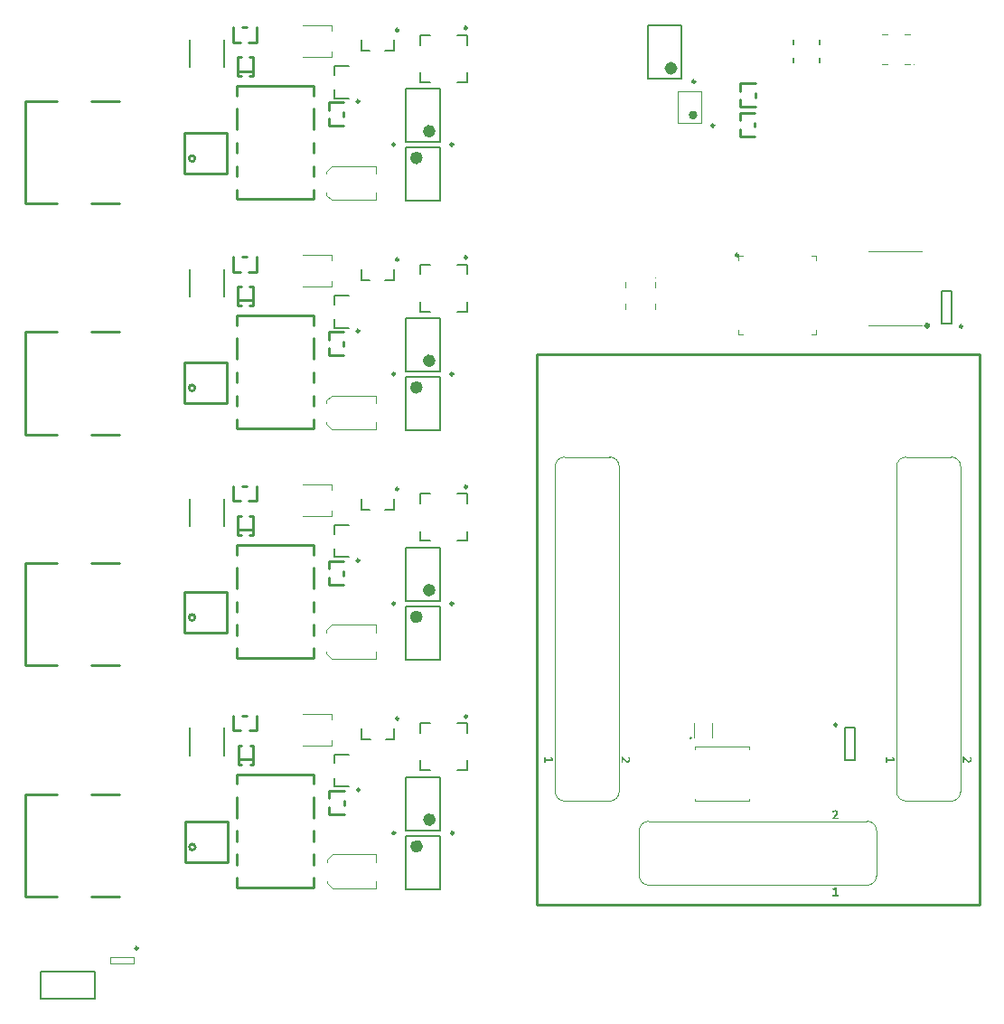
<source format=gto>
G04*
G04 #@! TF.GenerationSoftware,Altium Limited,Altium Designer,21.0.9 (235)*
G04*
G04 Layer_Color=65535*
%FSLAX25Y25*%
%MOIN*%
G70*
G04*
G04 #@! TF.SameCoordinates,6D45A94B-17CC-4D83-881B-F394DC7C88B3*
G04*
G04*
G04 #@! TF.FilePolarity,Positive*
G04*
G01*
G75*
%ADD10C,0.00394*%
%ADD11C,0.00984*%
%ADD12C,0.01575*%
%ADD13C,0.01000*%
%ADD14C,0.02362*%
%ADD15C,0.00610*%
%ADD16C,0.00787*%
%ADD17C,0.00591*%
G36*
X194933Y107460D02*
Y106953D01*
X192236D01*
Y106248D01*
X191701D01*
Y108388D01*
X192236D01*
Y107570D01*
X194294D01*
X193907Y108285D01*
X194398Y108481D01*
X194933Y107460D01*
D02*
G37*
G36*
X222990Y108451D02*
X223012Y108424D01*
X223050Y108380D01*
X223094Y108326D01*
X223143Y108255D01*
X223192Y108178D01*
X223247Y108085D01*
X223291Y107993D01*
Y107987D01*
X223296Y107982D01*
X223302Y107965D01*
X223307Y107949D01*
X223329Y107894D01*
X223351Y107823D01*
X223373Y107736D01*
X223394Y107643D01*
X223405Y107539D01*
X223411Y107425D01*
Y107387D01*
X223405Y107343D01*
Y107283D01*
X223394Y107217D01*
X223383Y107146D01*
X223367Y107070D01*
X223345Y106999D01*
Y106988D01*
X223334Y106966D01*
X223318Y106933D01*
X223302Y106884D01*
X223274Y106835D01*
X223241Y106781D01*
X223209Y106726D01*
X223165Y106671D01*
X223160Y106666D01*
X223143Y106649D01*
X223121Y106622D01*
X223083Y106595D01*
X223045Y106557D01*
X222990Y106524D01*
X222936Y106491D01*
X222870Y106458D01*
X222865Y106453D01*
X222837Y106447D01*
X222805Y106437D01*
X222756Y106420D01*
X222695Y106404D01*
X222624Y106393D01*
X222548Y106387D01*
X222466Y106382D01*
X222455D01*
X222433D01*
X222395D01*
X222352Y106387D01*
X222297Y106393D01*
X222231Y106404D01*
X222106Y106437D01*
X222100D01*
X222078Y106447D01*
X222046Y106458D01*
X222002Y106475D01*
X221953Y106497D01*
X221898Y106518D01*
X221784Y106584D01*
X221778Y106589D01*
X221756Y106600D01*
X221729Y106622D01*
X221685Y106649D01*
X221642Y106688D01*
X221587Y106731D01*
X221533Y106775D01*
X221472Y106830D01*
X221467Y106835D01*
X221445Y106857D01*
X221412Y106884D01*
X221374Y106922D01*
X221320Y106972D01*
X221265Y107026D01*
X221205Y107092D01*
X221139Y107157D01*
X220697Y107621D01*
Y106267D01*
X220146D01*
Y108446D01*
X220583D01*
X221347Y107692D01*
X221358Y107681D01*
X221385Y107654D01*
X221423Y107616D01*
X221472Y107567D01*
X221533Y107512D01*
X221593Y107457D01*
X221653Y107397D01*
X221713Y107348D01*
X221718Y107343D01*
X221740Y107326D01*
X221767Y107305D01*
X221806Y107272D01*
X221849Y107245D01*
X221893Y107212D01*
X221942Y107179D01*
X221986Y107152D01*
X221991Y107146D01*
X222007Y107141D01*
X222029Y107130D01*
X222062Y107114D01*
X222133Y107081D01*
X222215Y107059D01*
X222220D01*
X222231Y107053D01*
X222253Y107048D01*
X222281Y107043D01*
X222352Y107037D01*
X222428Y107032D01*
X222433D01*
X222444D01*
X222461D01*
X222482Y107037D01*
X222543Y107043D01*
X222603Y107064D01*
X222608D01*
X222619Y107070D01*
X222652Y107086D01*
X222695Y107114D01*
X222745Y107152D01*
X222750D01*
X222756Y107163D01*
X222777Y107190D01*
X222810Y107234D01*
X222837Y107294D01*
Y107299D01*
X222843Y107310D01*
X222848Y107326D01*
X222859Y107348D01*
X222870Y107414D01*
X222876Y107490D01*
Y107523D01*
X222870Y107556D01*
X222865Y107605D01*
X222854Y107660D01*
X222843Y107714D01*
X222821Y107780D01*
X222794Y107840D01*
X222788Y107845D01*
X222777Y107867D01*
X222761Y107900D01*
X222734Y107938D01*
X222706Y107987D01*
X222668Y108036D01*
X222624Y108091D01*
X222575Y108145D01*
X222979Y108462D01*
X222990Y108451D01*
D02*
G37*
G36*
X299499Y57608D02*
X300203D01*
Y57073D01*
X298063D01*
Y57608D01*
X298882D01*
Y59667D01*
X298167Y59279D01*
X297970Y59771D01*
X298991Y60306D01*
X299499D01*
Y57608D01*
D02*
G37*
G36*
X299108Y88778D02*
X299168D01*
X299234Y88767D01*
X299305Y88756D01*
X299381Y88740D01*
X299452Y88718D01*
X299463D01*
X299485Y88707D01*
X299518Y88691D01*
X299567Y88674D01*
X299616Y88647D01*
X299671Y88614D01*
X299725Y88581D01*
X299780Y88538D01*
X299785Y88532D01*
X299802Y88516D01*
X299829Y88494D01*
X299856Y88456D01*
X299895Y88418D01*
X299927Y88363D01*
X299960Y88308D01*
X299993Y88243D01*
X299998Y88237D01*
X300004Y88210D01*
X300015Y88177D01*
X300031Y88128D01*
X300048Y88068D01*
X300059Y87997D01*
X300064Y87921D01*
X300069Y87839D01*
Y87828D01*
Y87806D01*
Y87768D01*
X300064Y87724D01*
X300059Y87669D01*
X300048Y87604D01*
X300015Y87478D01*
Y87473D01*
X300004Y87451D01*
X299993Y87418D01*
X299977Y87375D01*
X299955Y87326D01*
X299933Y87271D01*
X299867Y87156D01*
X299862Y87151D01*
X299851Y87129D01*
X299829Y87102D01*
X299802Y87058D01*
X299764Y87014D01*
X299720Y86960D01*
X299676Y86905D01*
X299622Y86845D01*
X299616Y86840D01*
X299594Y86818D01*
X299567Y86785D01*
X299529Y86747D01*
X299480Y86692D01*
X299425Y86638D01*
X299360Y86577D01*
X299294Y86512D01*
X298830Y86070D01*
X300184D01*
Y85518D01*
X298006D01*
Y85955D01*
X298759Y86720D01*
X298770Y86730D01*
X298797Y86758D01*
X298835Y86796D01*
X298885Y86845D01*
X298939Y86905D01*
X298994Y86965D01*
X299054Y87025D01*
X299103Y87085D01*
X299108Y87091D01*
X299125Y87113D01*
X299147Y87140D01*
X299179Y87178D01*
X299207Y87222D01*
X299239Y87265D01*
X299272Y87315D01*
X299300Y87358D01*
X299305Y87364D01*
X299310Y87380D01*
X299321Y87402D01*
X299338Y87435D01*
X299371Y87506D01*
X299392Y87588D01*
Y87593D01*
X299398Y87604D01*
X299403Y87626D01*
X299409Y87653D01*
X299414Y87724D01*
X299420Y87801D01*
Y87806D01*
Y87817D01*
Y87833D01*
X299414Y87855D01*
X299409Y87915D01*
X299387Y87975D01*
Y87981D01*
X299381Y87992D01*
X299365Y88024D01*
X299338Y88068D01*
X299300Y88117D01*
Y88123D01*
X299289Y88128D01*
X299261Y88150D01*
X299218Y88183D01*
X299158Y88210D01*
X299152D01*
X299141Y88216D01*
X299125Y88221D01*
X299103Y88232D01*
X299038Y88243D01*
X298961Y88248D01*
X298928D01*
X298896Y88243D01*
X298846Y88237D01*
X298792Y88226D01*
X298737Y88216D01*
X298672Y88194D01*
X298612Y88166D01*
X298606Y88161D01*
X298584Y88150D01*
X298552Y88134D01*
X298513Y88106D01*
X298464Y88079D01*
X298415Y88041D01*
X298360Y87997D01*
X298306Y87948D01*
X297989Y88352D01*
X298000Y88363D01*
X298027Y88385D01*
X298071Y88423D01*
X298126Y88467D01*
X298197Y88516D01*
X298273Y88565D01*
X298366Y88620D01*
X298459Y88663D01*
X298464D01*
X298470Y88669D01*
X298486Y88674D01*
X298502Y88680D01*
X298557Y88701D01*
X298628Y88723D01*
X298715Y88745D01*
X298808Y88767D01*
X298912Y88778D01*
X299026Y88783D01*
X299065D01*
X299108Y88778D01*
D02*
G37*
G36*
X348975Y108451D02*
X348996Y108424D01*
X349035Y108380D01*
X349078Y108326D01*
X349128Y108255D01*
X349177Y108178D01*
X349231Y108085D01*
X349275Y107993D01*
Y107987D01*
X349280Y107982D01*
X349286Y107965D01*
X349291Y107949D01*
X349313Y107894D01*
X349335Y107823D01*
X349357Y107736D01*
X349379Y107643D01*
X349390Y107539D01*
X349395Y107425D01*
Y107387D01*
X349390Y107343D01*
Y107283D01*
X349379Y107217D01*
X349368Y107146D01*
X349351Y107070D01*
X349329Y106999D01*
Y106988D01*
X349319Y106966D01*
X349302Y106933D01*
X349286Y106884D01*
X349258Y106835D01*
X349226Y106781D01*
X349193Y106726D01*
X349149Y106671D01*
X349144Y106666D01*
X349128Y106649D01*
X349106Y106622D01*
X349067Y106595D01*
X349029Y106557D01*
X348975Y106524D01*
X348920Y106491D01*
X348854Y106458D01*
X348849Y106453D01*
X348822Y106447D01*
X348789Y106437D01*
X348740Y106420D01*
X348680Y106404D01*
X348609Y106393D01*
X348532Y106387D01*
X348450Y106382D01*
X348440D01*
X348418D01*
X348379D01*
X348336Y106387D01*
X348281Y106393D01*
X348216Y106404D01*
X348090Y106437D01*
X348085D01*
X348063Y106447D01*
X348030Y106458D01*
X347986Y106475D01*
X347937Y106497D01*
X347883Y106518D01*
X347768Y106584D01*
X347762Y106589D01*
X347741Y106600D01*
X347713Y106622D01*
X347670Y106649D01*
X347626Y106688D01*
X347571Y106731D01*
X347517Y106775D01*
X347457Y106830D01*
X347451Y106835D01*
X347429Y106857D01*
X347397Y106884D01*
X347358Y106922D01*
X347304Y106972D01*
X347249Y107026D01*
X347189Y107092D01*
X347124Y107157D01*
X346681Y107621D01*
Y106267D01*
X346130D01*
Y108446D01*
X346567D01*
X347331Y107692D01*
X347342Y107681D01*
X347369Y107654D01*
X347408Y107616D01*
X347457Y107567D01*
X347517Y107512D01*
X347577Y107457D01*
X347637Y107397D01*
X347697Y107348D01*
X347702Y107343D01*
X347724Y107326D01*
X347751Y107305D01*
X347790Y107272D01*
X347833Y107245D01*
X347877Y107212D01*
X347926Y107179D01*
X347970Y107152D01*
X347975Y107146D01*
X347992Y107141D01*
X348014Y107130D01*
X348046Y107114D01*
X348117Y107081D01*
X348199Y107059D01*
X348205D01*
X348216Y107053D01*
X348237Y107048D01*
X348265Y107043D01*
X348336Y107037D01*
X348412Y107032D01*
X348418D01*
X348429D01*
X348445D01*
X348467Y107037D01*
X348527Y107043D01*
X348587Y107064D01*
X348592D01*
X348603Y107070D01*
X348636Y107086D01*
X348680Y107114D01*
X348729Y107152D01*
X348734D01*
X348740Y107163D01*
X348762Y107190D01*
X348794Y107234D01*
X348822Y107294D01*
Y107299D01*
X348827Y107310D01*
X348833Y107326D01*
X348844Y107348D01*
X348854Y107414D01*
X348860Y107490D01*
Y107523D01*
X348854Y107556D01*
X348849Y107605D01*
X348838Y107660D01*
X348827Y107714D01*
X348805Y107780D01*
X348778Y107840D01*
X348773Y107845D01*
X348762Y107867D01*
X348745Y107900D01*
X348718Y107938D01*
X348691Y107987D01*
X348652Y108036D01*
X348609Y108091D01*
X348560Y108145D01*
X348964Y108462D01*
X348975Y108451D01*
D02*
G37*
G36*
X320917Y107460D02*
Y106953D01*
X318220D01*
Y106248D01*
X317685D01*
Y108388D01*
X318220D01*
Y107570D01*
X320279D01*
X319891Y108285D01*
X320382Y108481D01*
X320917Y107460D01*
D02*
G37*
D10*
X328051Y363799D02*
G03*
X328051Y363799I-197J0D01*
G01*
X232959Y285109D02*
G03*
X232959Y285109I-197J0D01*
G01*
X293408Y373955D02*
G03*
X293408Y373955I-197J0D01*
G01*
X215815Y92109D02*
G03*
X219358Y95652I0J3543D01*
G01*
X195736D02*
G03*
X199279Y92109I3543J0D01*
G01*
Y219077D02*
G03*
X195736Y215534I0J-3543D01*
G01*
X219358D02*
G03*
X215815Y219077I-3543J0D01*
G01*
X226744Y64652D02*
G03*
X230287Y61109I3543J0D01*
G01*
Y84731D02*
G03*
X226744Y81188I0J-3543D01*
G01*
X314342D02*
G03*
X310799Y84731I-3543J0D01*
G01*
Y61109D02*
G03*
X314342Y64652I0J3543D01*
G01*
X345342Y215534D02*
G03*
X341799Y219077I-3543J0D01*
G01*
X325264D02*
G03*
X321721Y215534I0J-3543D01*
G01*
Y95652D02*
G03*
X325264Y92109I3543J0D01*
G01*
X341799D02*
G03*
X345342Y95652I0J3543D01*
G01*
X324488Y374823D02*
X326476D01*
X324488Y363799D02*
X326476D01*
X316240Y374823D02*
X318228D01*
X316240Y363799D02*
X318228D01*
X232763Y281743D02*
Y283732D01*
Y273495D02*
Y275483D01*
X221739Y281743D02*
Y283732D01*
Y273495D02*
Y275483D01*
X199279Y92109D02*
X215815D01*
X195736Y95652D02*
Y215534D01*
X199279Y219077D02*
X215815D01*
X219358Y95652D02*
Y215534D01*
X40157Y32283D02*
Y34646D01*
X31496Y32283D02*
Y34646D01*
X40157Y34646D01*
X31496Y32283D02*
X40157Y32283D01*
X240907Y342206D02*
X249569D01*
X240907D02*
Y354017D01*
X249569Y354017D02*
X249569Y342206D01*
X240907Y354017D02*
X249569Y354017D01*
X263162Y264370D02*
X264835D01*
X263162D02*
Y266043D01*
Y291437D02*
Y293110D01*
X264835D01*
X291902Y264370D02*
Y266043D01*
X290229Y264370D02*
X291902D01*
X290229Y293110D02*
X291902D01*
Y291437D02*
Y293110D01*
X311281Y267499D02*
X330966D01*
X311281Y295058D02*
X330966D01*
X102510Y197170D02*
X113140D01*
Y199139D01*
Y207013D02*
Y208981D01*
X102510D02*
X113140D01*
X111417Y154335D02*
Y155123D01*
X113386Y157091D01*
X111417Y146461D02*
Y147249D01*
Y146461D02*
X113386Y144493D01*
X114173D01*
X129528D01*
X113386Y157091D02*
X129528D01*
Y154335D02*
Y157091D01*
Y144493D02*
Y147249D01*
X102510Y366457D02*
X113140D01*
Y368425D01*
Y376299D02*
Y378268D01*
X102510D02*
X113140D01*
X111417Y323622D02*
Y324410D01*
X113386Y326378D01*
X111417Y315748D02*
Y316535D01*
Y315748D02*
X113386Y313779D01*
X114173D01*
X129528D01*
X113386Y326378D02*
X129528D01*
Y323622D02*
Y326378D01*
Y313779D02*
Y316535D01*
X226744Y64652D02*
Y81188D01*
X230287Y84731D02*
X310799D01*
X314342Y64652D02*
Y81188D01*
X230287Y61109D02*
X310799D01*
X345342Y95652D02*
Y215534D01*
X325264Y219077D02*
X341799D01*
X321721Y95652D02*
Y215534D01*
X325264Y92109D02*
X341799D01*
X102510Y293622D02*
X113140D01*
Y291654D02*
Y293622D01*
Y281811D02*
Y283780D01*
X102510Y281811D02*
X113140D01*
X111516Y69685D02*
Y70473D01*
X113484Y72441D01*
X111516Y61811D02*
Y62598D01*
Y61811D02*
X113484Y59842D01*
X114272D01*
X129626D01*
X113484Y72441D02*
X129626D01*
Y69685D02*
Y72441D01*
Y59842D02*
Y62598D01*
X102609Y112520D02*
X113239Y112520D01*
Y114488D01*
Y122362D02*
Y124331D01*
X102609Y124331D02*
X113239Y124331D01*
X129528Y229134D02*
Y231890D01*
Y238976D02*
Y241732D01*
X113386D02*
X129528D01*
X114173Y229134D02*
X129528D01*
X113386D02*
X114173D01*
X111417Y231102D02*
X113386Y229134D01*
X111417Y231102D02*
Y231890D01*
X111417Y239764D02*
X113386Y241732D01*
X111417Y238976D02*
Y239764D01*
X247244Y112205D02*
X267323D01*
X247244Y92126D02*
X267323D01*
X247244Y111417D02*
Y112205D01*
X267323Y111417D02*
Y112205D01*
X247244Y92126D02*
Y92913D01*
X267323Y92126D02*
Y92913D01*
X246850Y115748D02*
Y120866D01*
X253543Y115748D02*
Y120866D01*
D11*
X163239Y207997D02*
G03*
X163239Y207997I-492J0D01*
G01*
X41831Y37894D02*
G03*
X41831Y37894I-492J0D01*
G01*
X254391Y341320D02*
G03*
X254391Y341320I-492J0D01*
G01*
X345965Y267197D02*
G03*
X345965Y267197I-492J0D01*
G01*
X263316Y293504D02*
G03*
X263316Y293504I-492J0D01*
G01*
X158122Y164990D02*
G03*
X158122Y164990I-492J0D01*
G01*
X136665Y165029D02*
G03*
X136665Y165029I-492J0D01*
G01*
X137944Y207209D02*
G03*
X137944Y207209I-492J0D01*
G01*
X123524Y180910D02*
G03*
X123524Y180910I-492J0D01*
G01*
X163239Y377284D02*
G03*
X163239Y377284I-492J0D01*
G01*
X158122Y334277D02*
G03*
X158122Y334277I-492J0D01*
G01*
X136665Y334316D02*
G03*
X136665Y334316I-492J0D01*
G01*
X137944Y376496D02*
G03*
X137944Y376496I-492J0D01*
G01*
X123524Y350197D02*
G03*
X123524Y350197I-492J0D01*
G01*
X247342Y357480D02*
G03*
X247342Y357480I-492J0D01*
G01*
X163239Y292638D02*
G03*
X163239Y292638I-492J0D01*
G01*
X158122Y249631D02*
G03*
X158122Y249631I-492J0D01*
G01*
X123524Y265551D02*
G03*
X123524Y265551I-492J0D01*
G01*
X137944Y291851D02*
G03*
X137944Y291851I-492J0D01*
G01*
X136764Y80379D02*
G03*
X136764Y80379I-492J0D01*
G01*
X158221Y80340D02*
G03*
X158221Y80340I-492J0D01*
G01*
X123622Y96260D02*
G03*
X123622Y96260I-492J0D01*
G01*
X163337Y123347D02*
G03*
X163337Y123347I-492J0D01*
G01*
X138042Y122559D02*
G03*
X138042Y122559I-492J0D01*
G01*
X136665Y249670D02*
G03*
X136665Y249670I-492J0D01*
G01*
X299705Y120276D02*
G03*
X299705Y120276I-492J0D01*
G01*
X188976Y256869D02*
X352165D01*
X352165Y53916D01*
X188976D02*
X352165D01*
X188976Y256869D02*
X188976Y53916D01*
D12*
X247403Y345158D02*
G03*
X247403Y345158I-787J0D01*
G01*
X333328Y267499D02*
G03*
X333328Y267499I-394J0D01*
G01*
D13*
X62925Y159847D02*
G03*
X62925Y159847I-1114J0D01*
G01*
Y329134D02*
G03*
X62925Y329134I-1114J0D01*
G01*
X63023Y75197D02*
G03*
X63023Y75197I-1114J0D01*
G01*
X62925Y244488D02*
G03*
X62925Y244488I-1114J0D01*
G01*
X264037Y348112D02*
X269549D01*
X264037D02*
X264037Y350868D01*
X269549Y351655D02*
Y353230D01*
X264037Y356773D02*
X269549D01*
X264037Y354017D02*
Y356773D01*
X263939Y337284D02*
X269450Y337284D01*
X263939Y337284D02*
Y340040D01*
X269450Y340828D02*
Y342402D01*
X263939Y345946D02*
X269450D01*
X263939D02*
X263939Y343190D01*
X59055Y154335D02*
X74803D01*
X59055D02*
Y169296D01*
X74803D01*
Y154335D02*
Y169296D01*
X85483Y202780D02*
Y208292D01*
X82727Y202780D02*
X85483D01*
X76822D02*
Y208292D01*
Y202780D02*
X79577D01*
X80365Y208292D02*
X81940D01*
X106693Y161816D02*
Y165753D01*
Y153154D02*
Y157091D01*
X78347Y153154D02*
Y157091D01*
Y161816D02*
Y165753D01*
Y170477D02*
Y178351D01*
X106693Y170477D02*
Y178351D01*
X78347Y183075D02*
Y186619D01*
X106693D01*
Y183075D02*
Y186619D01*
X78347Y144887D02*
Y148430D01*
Y144887D02*
X106693D01*
Y148430D01*
X78740Y192131D02*
X84252D01*
X78740Y190162D02*
X79921D01*
X78740D02*
Y197249D01*
X79921D01*
X83071D02*
X84252D01*
Y190162D02*
Y197249D01*
X83071Y190162D02*
X84252D01*
X112205Y171855D02*
X117717D01*
X112205D02*
Y174611D01*
Y180516D02*
X117717D01*
X112205Y177761D02*
Y180516D01*
X117717Y175398D02*
Y176973D01*
X59055Y323622D02*
X74803D01*
X59055D02*
Y338583D01*
X74803D01*
Y323622D02*
Y338583D01*
X85483Y372067D02*
Y377579D01*
X82727Y372067D02*
X85483D01*
X76822D02*
Y377579D01*
Y372067D02*
X79577D01*
X80365Y377579D02*
X81940D01*
X106693Y331102D02*
Y335039D01*
Y322441D02*
Y326378D01*
X78347Y322441D02*
Y326378D01*
Y331102D02*
Y335039D01*
Y339764D02*
Y347638D01*
X106693Y339764D02*
Y347638D01*
X78347Y352362D02*
Y355906D01*
X106693D01*
Y352362D02*
Y355906D01*
X78347Y314173D02*
Y317717D01*
Y314173D02*
X106693D01*
Y317717D01*
X78740Y361417D02*
X84252D01*
X78740Y359449D02*
X79921D01*
X78740D02*
Y366535D01*
X79921D01*
X83071D02*
X84252D01*
Y359449D02*
Y366535D01*
X83071Y359449D02*
X84252D01*
X112205Y341142D02*
X117717D01*
X112205D02*
Y343898D01*
Y349803D02*
X117717D01*
X112205Y347047D02*
Y349803D01*
X117717Y344685D02*
Y346260D01*
X24705Y179921D02*
X34941D01*
X24705Y142126D02*
X34941D01*
X295D02*
X12106D01*
X295Y179921D02*
X12106D01*
X295Y142126D02*
Y179921D01*
Y56890D02*
Y94685D01*
X12106D01*
X295Y56890D02*
X12106D01*
X24705D02*
X34941D01*
X24705Y94685D02*
X34941D01*
X24705Y350394D02*
X34941D01*
X24705Y312598D02*
X34941D01*
X295D02*
X12106D01*
X295Y350394D02*
X12106D01*
X295Y312598D02*
Y350394D01*
X24705Y265158D02*
X34941D01*
X24705Y227362D02*
X34941D01*
X295D02*
X12106D01*
X295Y265158D02*
X12106D01*
X295Y227362D02*
Y265158D01*
X117717Y260039D02*
Y261614D01*
X112205Y262402D02*
Y265158D01*
X117717D01*
X112205Y256496D02*
Y259252D01*
Y256496D02*
X117717D01*
X106693Y229528D02*
Y233071D01*
X78347Y229528D02*
X106693D01*
X78347D02*
Y233071D01*
X106693Y267717D02*
Y271260D01*
X78347D02*
X106693D01*
X78347Y267717D02*
Y271260D01*
X106693Y255118D02*
Y262992D01*
X78347Y255118D02*
Y262992D01*
Y246457D02*
Y250394D01*
Y237795D02*
Y241732D01*
X106693Y237795D02*
Y241732D01*
Y246457D02*
Y250394D01*
X80365Y292933D02*
X81940D01*
X76822Y287421D02*
X79577D01*
X76822D02*
Y292933D01*
X82727Y287421D02*
X85483D01*
Y292933D01*
X83071Y274803D02*
X84252D01*
Y281890D01*
X83071D02*
X84252D01*
X78740D02*
X79921D01*
X78740Y274803D02*
Y281890D01*
Y274803D02*
X79921D01*
X78740Y276772D02*
X84252D01*
X78838Y107480D02*
X84350D01*
X78838Y105512D02*
X80020D01*
X78838D02*
Y112598D01*
X80020D01*
X83169D02*
X84350D01*
Y105512D02*
Y112598D01*
X83169Y105512D02*
X84350D01*
X80463Y123642D02*
X82038D01*
X76920Y118130D02*
X79676D01*
X76920D02*
Y123642D01*
X82825Y118130D02*
X85581D01*
Y123642D01*
X112303Y87205D02*
X117815D01*
X112303D02*
Y89961D01*
Y95866D02*
X117815D01*
X112303Y93110D02*
Y95866D01*
X117815Y90748D02*
Y92323D01*
X59153Y69685D02*
X74901D01*
X59153D02*
Y84646D01*
X74901D01*
Y69685D02*
Y84646D01*
X106791Y77165D02*
Y81102D01*
Y68504D02*
Y72441D01*
X78445Y68504D02*
Y72441D01*
Y77165D02*
Y81102D01*
Y85827D02*
Y93701D01*
X106791Y85827D02*
Y93701D01*
X78445Y98425D02*
Y101969D01*
X106791D01*
Y98425D02*
Y101969D01*
X78445Y60236D02*
Y63779D01*
Y60236D02*
X106791D01*
Y63779D01*
X74803Y238976D02*
Y253937D01*
X59055D02*
X74803D01*
X59055Y238976D02*
Y253937D01*
Y238976D02*
X74803D01*
D14*
X150445Y169931D02*
G03*
X150445Y169931I-1181J0D01*
G01*
X145721Y160088D02*
G03*
X145721Y160088I-1181J0D01*
G01*
X150445Y339217D02*
G03*
X150445Y339217I-1181J0D01*
G01*
X145721Y329375D02*
G03*
X145721Y329375I-1181J0D01*
G01*
X239665Y362421D02*
G03*
X239665Y362421I-1181J0D01*
G01*
X150445Y254572D02*
G03*
X150445Y254572I-1181J0D01*
G01*
X145819Y75438D02*
G03*
X145819Y75438I-1181J0D01*
G01*
X150543Y85281D02*
G03*
X150543Y85281I-1181J0D01*
G01*
X145721Y244729D02*
G03*
X145721Y244729I-1181J0D01*
G01*
D15*
X246063Y115354D02*
G03*
X246063Y115354I-295J0D01*
G01*
D16*
X146014Y201796D02*
Y205438D01*
X149656D01*
X146014Y188115D02*
Y191757D01*
Y188115D02*
X149656D01*
X159696D02*
X163337D01*
Y191757D01*
Y201796D02*
Y205438D01*
X159696D02*
X163337D01*
X283762Y364703D02*
Y366297D01*
Y371376D02*
Y372970D01*
X293211Y364703D02*
Y366297D01*
Y371376D02*
Y372970D01*
X338386Y268378D02*
X341929Y268378D01*
X341929Y280189D02*
X341929Y268378D01*
X338386Y268378D02*
Y280189D01*
X341929D01*
X140603Y185679D02*
X153201D01*
X140603Y165994D02*
X153201D01*
X140603D02*
Y185679D01*
X153201Y165994D02*
Y185679D01*
X140603Y144340D02*
X153201D01*
X140603Y164025D02*
X153201D01*
Y144340D02*
Y164025D01*
X140603Y144340D02*
Y164025D01*
X136172Y199729D02*
Y203666D01*
X133121Y199729D02*
X136172D01*
X124361D02*
Y203666D01*
Y199729D02*
X127412D01*
X114370Y190753D02*
Y193902D01*
X119488D01*
X114370Y182091D02*
Y185241D01*
Y182091D02*
X119488D01*
X73622Y193509D02*
Y203745D01*
X61024Y193509D02*
Y203745D01*
X146014Y371083D02*
Y374725D01*
X149656D01*
X146014Y357402D02*
Y361044D01*
Y357402D02*
X149656D01*
X159696D02*
X163337D01*
Y361044D01*
Y371083D02*
Y374725D01*
X159696D02*
X163337D01*
X140603Y354966D02*
X153201D01*
X140603Y335280D02*
X153201D01*
X140603D02*
Y354966D01*
X153201Y335280D02*
Y354966D01*
X140603Y313627D02*
X153201D01*
X140603Y333312D02*
X153201D01*
Y313627D02*
Y333312D01*
X140603Y313627D02*
Y333312D01*
X136172Y369016D02*
Y372953D01*
X133121Y369016D02*
X136172D01*
X124361D02*
Y372953D01*
Y369016D02*
X127412D01*
X114370Y360039D02*
Y363189D01*
X119488D01*
X114370Y351378D02*
Y354528D01*
Y351378D02*
X119488D01*
X73622Y362795D02*
Y373031D01*
X61024Y362795D02*
Y373031D01*
X229823Y358484D02*
X242421D01*
X229823D02*
Y378169D01*
X242421D01*
Y358484D02*
Y378169D01*
X159696Y290079D02*
X163337D01*
Y286437D02*
Y290079D01*
Y272756D02*
Y276398D01*
X159696Y272756D02*
X163337D01*
X146014D02*
X149656D01*
X146014D02*
Y276398D01*
Y290079D02*
X149656D01*
X146014Y286437D02*
Y290079D01*
X153201Y250635D02*
Y270320D01*
X140603Y250635D02*
Y270320D01*
Y250635D02*
X153201D01*
X140603Y270320D02*
X153201D01*
X114370Y266732D02*
X119488D01*
X114370D02*
Y269882D01*
Y278543D02*
X119488D01*
X114370Y275394D02*
Y278543D01*
X124361Y284370D02*
X127412D01*
X124361D02*
Y288307D01*
X133121Y284370D02*
X136172D01*
Y288307D01*
X61024Y278150D02*
Y288386D01*
X73622Y278150D02*
Y288386D01*
X140701Y59690D02*
X153299D01*
X140701Y79375D02*
X153299D01*
Y59690D02*
Y79375D01*
X140701Y59690D02*
Y79375D01*
X140701Y101029D02*
X153299D01*
X140701Y81344D02*
X153299D01*
X140701D02*
Y101029D01*
X153299Y81344D02*
Y101029D01*
X73720Y108858D02*
Y119095D01*
X61122Y108858D02*
Y119095D01*
X114469Y97441D02*
X119587D01*
X114469D02*
Y100591D01*
Y109252D02*
X119587D01*
X114469Y106102D02*
Y109252D01*
X159794Y120788D02*
X163436D01*
Y117146D02*
Y120788D01*
Y103465D02*
Y107106D01*
X159794Y103465D02*
X163436D01*
X146113D02*
X149755D01*
X146113D02*
Y107106D01*
Y120788D02*
X149755D01*
X146113Y117146D02*
Y120788D01*
X124459Y115079D02*
X127510D01*
X124459D02*
Y119016D01*
X133219Y115079D02*
X136270D01*
Y119016D01*
X140603Y228981D02*
Y248666D01*
X153201Y228981D02*
Y248666D01*
X140603D02*
X153201D01*
X140603Y228981D02*
X153201D01*
X302756Y119095D02*
X306299D01*
X302756Y107283D02*
X306299Y107283D01*
X302756Y107283D02*
X302756Y119095D01*
X306299Y107283D02*
Y119095D01*
D17*
X25827Y19213D02*
Y29213D01*
X5827D02*
X25827D01*
X5827Y19213D02*
Y29213D01*
Y19213D02*
X25827D01*
M02*

</source>
